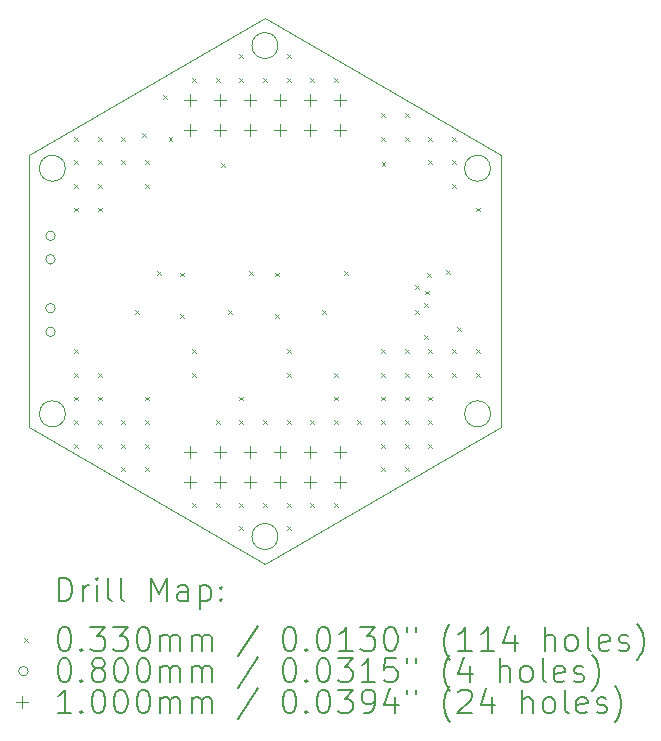
<source format=gbr>
%TF.GenerationSoftware,KiCad,Pcbnew,7.0.5*%
%TF.CreationDate,2024-01-17T23:09:30-05:00*%
%TF.ProjectId,BURNING_R,4255524e-494e-4475-9f52-2e6b69636164,rev?*%
%TF.SameCoordinates,Original*%
%TF.FileFunction,Drillmap*%
%TF.FilePolarity,Positive*%
%FSLAX45Y45*%
G04 Gerber Fmt 4.5, Leading zero omitted, Abs format (unit mm)*
G04 Created by KiCad (PCBNEW 7.0.5) date 2024-01-17 23:09:30*
%MOMM*%
%LPD*%
G01*
G04 APERTURE LIST*
%ADD10C,0.100000*%
%ADD11C,0.200000*%
%ADD12C,0.033020*%
%ADD13C,0.080000*%
G04 APERTURE END LIST*
D10*
X13016000Y-8855761D02*
X13016000Y-11165162D01*
X16926000Y-11049692D02*
G75*
G03*
X16926000Y-11049692I-110000J0D01*
G01*
X13016000Y-11165162D02*
X15016000Y-12319862D01*
X16926000Y-8971231D02*
G75*
G03*
X16926000Y-8971231I-110000J0D01*
G01*
X13326000Y-8971231D02*
G75*
G03*
X13326000Y-8971231I-110000J0D01*
G01*
X15016000Y-7701060D02*
X13016000Y-8855761D01*
X17016000Y-8855761D02*
X15016000Y-7701060D01*
X15126000Y-7932000D02*
G75*
G03*
X15126000Y-7932000I-110000J0D01*
G01*
X15126000Y-12088922D02*
G75*
G03*
X15126000Y-12088922I-110000J0D01*
G01*
X17016000Y-11165162D02*
X17016000Y-8855761D01*
X15016000Y-12319862D02*
X17016000Y-11165162D01*
X13326000Y-11049692D02*
G75*
G03*
X13326000Y-11049692I-110000J0D01*
G01*
D11*
D12*
X13399490Y-8703352D02*
X13432510Y-8736372D01*
X13432510Y-8703352D02*
X13399490Y-8736372D01*
X13399490Y-8903352D02*
X13432510Y-8936372D01*
X13432510Y-8903352D02*
X13399490Y-8936372D01*
X13399490Y-9103352D02*
X13432510Y-9136372D01*
X13432510Y-9103352D02*
X13399490Y-9136372D01*
X13399490Y-9303352D02*
X13432510Y-9336372D01*
X13432510Y-9303352D02*
X13399490Y-9336372D01*
X13399490Y-10503352D02*
X13432510Y-10536372D01*
X13432510Y-10503352D02*
X13399490Y-10536372D01*
X13399490Y-10703352D02*
X13432510Y-10736372D01*
X13432510Y-10703352D02*
X13399490Y-10736372D01*
X13399490Y-10903352D02*
X13432510Y-10936372D01*
X13432510Y-10903352D02*
X13399490Y-10936372D01*
X13399490Y-11103352D02*
X13432510Y-11136372D01*
X13432510Y-11103352D02*
X13399490Y-11136372D01*
X13399490Y-11303352D02*
X13432510Y-11336372D01*
X13432510Y-11303352D02*
X13399490Y-11336372D01*
X13599490Y-8703352D02*
X13632510Y-8736372D01*
X13632510Y-8703352D02*
X13599490Y-8736372D01*
X13599490Y-8903352D02*
X13632510Y-8936372D01*
X13632510Y-8903352D02*
X13599490Y-8936372D01*
X13599490Y-9103352D02*
X13632510Y-9136372D01*
X13632510Y-9103352D02*
X13599490Y-9136372D01*
X13599490Y-9303352D02*
X13632510Y-9336372D01*
X13632510Y-9303352D02*
X13599490Y-9336372D01*
X13599490Y-10703352D02*
X13632510Y-10736372D01*
X13632510Y-10703352D02*
X13599490Y-10736372D01*
X13599490Y-10903352D02*
X13632510Y-10936372D01*
X13632510Y-10903352D02*
X13599490Y-10936372D01*
X13599490Y-11103352D02*
X13632510Y-11136372D01*
X13632510Y-11103352D02*
X13599490Y-11136372D01*
X13599490Y-11303352D02*
X13632510Y-11336372D01*
X13632510Y-11303352D02*
X13599490Y-11336372D01*
X13799490Y-8703352D02*
X13832510Y-8736372D01*
X13832510Y-8703352D02*
X13799490Y-8736372D01*
X13799490Y-8903352D02*
X13832510Y-8936372D01*
X13832510Y-8903352D02*
X13799490Y-8936372D01*
X13799490Y-11103352D02*
X13832510Y-11136372D01*
X13832510Y-11103352D02*
X13799490Y-11136372D01*
X13799490Y-11303352D02*
X13832510Y-11336372D01*
X13832510Y-11303352D02*
X13799490Y-11336372D01*
X13799490Y-11503352D02*
X13832510Y-11536372D01*
X13832510Y-11503352D02*
X13799490Y-11536372D01*
X13914490Y-10171352D02*
X13947510Y-10204372D01*
X13947510Y-10171352D02*
X13914490Y-10204372D01*
X13973490Y-8673352D02*
X14006510Y-8706372D01*
X14006510Y-8673352D02*
X13973490Y-8706372D01*
X13999490Y-8903352D02*
X14032510Y-8936372D01*
X14032510Y-8903352D02*
X13999490Y-8936372D01*
X13999490Y-9103352D02*
X14032510Y-9136372D01*
X14032510Y-9103352D02*
X13999490Y-9136372D01*
X13999490Y-10903352D02*
X14032510Y-10936372D01*
X14032510Y-10903352D02*
X13999490Y-10936372D01*
X13999490Y-11103352D02*
X14032510Y-11136372D01*
X14032510Y-11103352D02*
X13999490Y-11136372D01*
X13999490Y-11303352D02*
X14032510Y-11336372D01*
X14032510Y-11303352D02*
X13999490Y-11336372D01*
X13999490Y-11503352D02*
X14032510Y-11536372D01*
X14032510Y-11503352D02*
X13999490Y-11536372D01*
X14101490Y-9843352D02*
X14134510Y-9876372D01*
X14134510Y-9843352D02*
X14101490Y-9876372D01*
X14149490Y-8353352D02*
X14182510Y-8386372D01*
X14182510Y-8353352D02*
X14149490Y-8386372D01*
X14199490Y-8703352D02*
X14232510Y-8736372D01*
X14232510Y-8703352D02*
X14199490Y-8736372D01*
X14299490Y-9853352D02*
X14332510Y-9886372D01*
X14332510Y-9853352D02*
X14299490Y-9886372D01*
X14299490Y-10203352D02*
X14332510Y-10236372D01*
X14332510Y-10203352D02*
X14299490Y-10236372D01*
X14399490Y-8203352D02*
X14432510Y-8236372D01*
X14432510Y-8203352D02*
X14399490Y-8236372D01*
X14399490Y-10503352D02*
X14432510Y-10536372D01*
X14432510Y-10503352D02*
X14399490Y-10536372D01*
X14399490Y-10703352D02*
X14432510Y-10736372D01*
X14432510Y-10703352D02*
X14399490Y-10736372D01*
X14399490Y-11803352D02*
X14432510Y-11836372D01*
X14432510Y-11803352D02*
X14399490Y-11836372D01*
X14599490Y-8203352D02*
X14632510Y-8236372D01*
X14632510Y-8203352D02*
X14599490Y-8236372D01*
X14599490Y-11103352D02*
X14632510Y-11136372D01*
X14632510Y-11103352D02*
X14599490Y-11136372D01*
X14599490Y-11803352D02*
X14632510Y-11836372D01*
X14632510Y-11803352D02*
X14599490Y-11836372D01*
X14645490Y-8929352D02*
X14678510Y-8962372D01*
X14678510Y-8929352D02*
X14645490Y-8962372D01*
X14705490Y-10172352D02*
X14738510Y-10205372D01*
X14738510Y-10172352D02*
X14705490Y-10205372D01*
X14799490Y-8003352D02*
X14832510Y-8036372D01*
X14832510Y-8003352D02*
X14799490Y-8036372D01*
X14799490Y-8203352D02*
X14832510Y-8236372D01*
X14832510Y-8203352D02*
X14799490Y-8236372D01*
X14799490Y-10903352D02*
X14832510Y-10936372D01*
X14832510Y-10903352D02*
X14799490Y-10936372D01*
X14799490Y-11103352D02*
X14832510Y-11136372D01*
X14832510Y-11103352D02*
X14799490Y-11136372D01*
X14799490Y-11803352D02*
X14832510Y-11836372D01*
X14832510Y-11803352D02*
X14799490Y-11836372D01*
X14799490Y-12003352D02*
X14832510Y-12036372D01*
X14832510Y-12003352D02*
X14799490Y-12036372D01*
X14884490Y-9843352D02*
X14917510Y-9876372D01*
X14917510Y-9843352D02*
X14884490Y-9876372D01*
X14999490Y-8203352D02*
X15032510Y-8236372D01*
X15032510Y-8203352D02*
X14999490Y-8236372D01*
X14999490Y-11103352D02*
X15032510Y-11136372D01*
X15032510Y-11103352D02*
X14999490Y-11136372D01*
X14999490Y-11803352D02*
X15032510Y-11836372D01*
X15032510Y-11803352D02*
X14999490Y-11836372D01*
X15099490Y-9853352D02*
X15132510Y-9886372D01*
X15132510Y-9853352D02*
X15099490Y-9886372D01*
X15099490Y-10203352D02*
X15132510Y-10236372D01*
X15132510Y-10203352D02*
X15099490Y-10236372D01*
X15199490Y-8003352D02*
X15232510Y-8036372D01*
X15232510Y-8003352D02*
X15199490Y-8036372D01*
X15199490Y-8203352D02*
X15232510Y-8236372D01*
X15232510Y-8203352D02*
X15199490Y-8236372D01*
X15199490Y-10503352D02*
X15232510Y-10536372D01*
X15232510Y-10503352D02*
X15199490Y-10536372D01*
X15199490Y-10703352D02*
X15232510Y-10736372D01*
X15232510Y-10703352D02*
X15199490Y-10736372D01*
X15199490Y-11103352D02*
X15232510Y-11136372D01*
X15232510Y-11103352D02*
X15199490Y-11136372D01*
X15199490Y-11803352D02*
X15232510Y-11836372D01*
X15232510Y-11803352D02*
X15199490Y-11836372D01*
X15199490Y-12003352D02*
X15232510Y-12036372D01*
X15232510Y-12003352D02*
X15199490Y-12036372D01*
X15399490Y-8203352D02*
X15432510Y-8236372D01*
X15432510Y-8203352D02*
X15399490Y-8236372D01*
X15399490Y-11103352D02*
X15432510Y-11136372D01*
X15432510Y-11103352D02*
X15399490Y-11136372D01*
X15399490Y-11803352D02*
X15432510Y-11836372D01*
X15432510Y-11803352D02*
X15399490Y-11836372D01*
X15496490Y-10172352D02*
X15529510Y-10205372D01*
X15529510Y-10172352D02*
X15496490Y-10205372D01*
X15599490Y-8203352D02*
X15632510Y-8236372D01*
X15632510Y-8203352D02*
X15599490Y-8236372D01*
X15599490Y-10703352D02*
X15632510Y-10736372D01*
X15632510Y-10703352D02*
X15599490Y-10736372D01*
X15599490Y-10903352D02*
X15632510Y-10936372D01*
X15632510Y-10903352D02*
X15599490Y-10936372D01*
X15599490Y-11103352D02*
X15632510Y-11136372D01*
X15632510Y-11103352D02*
X15599490Y-11136372D01*
X15599490Y-11803352D02*
X15632510Y-11836372D01*
X15632510Y-11803352D02*
X15599490Y-11836372D01*
X15683490Y-9843352D02*
X15716510Y-9876372D01*
X15716510Y-9843352D02*
X15683490Y-9876372D01*
X15799490Y-11103352D02*
X15832510Y-11136372D01*
X15832510Y-11103352D02*
X15799490Y-11136372D01*
X15999490Y-8503352D02*
X16032510Y-8536372D01*
X16032510Y-8503352D02*
X15999490Y-8536372D01*
X15999490Y-8703352D02*
X16032510Y-8736372D01*
X16032510Y-8703352D02*
X15999490Y-8736372D01*
X15999490Y-10503352D02*
X16032510Y-10536372D01*
X16032510Y-10503352D02*
X15999490Y-10536372D01*
X15999490Y-10703352D02*
X16032510Y-10736372D01*
X16032510Y-10703352D02*
X15999490Y-10736372D01*
X15999490Y-10903352D02*
X16032510Y-10936372D01*
X16032510Y-10903352D02*
X15999490Y-10936372D01*
X15999490Y-11103352D02*
X16032510Y-11136372D01*
X16032510Y-11103352D02*
X15999490Y-11136372D01*
X15999490Y-11303352D02*
X16032510Y-11336372D01*
X16032510Y-11303352D02*
X15999490Y-11336372D01*
X15999490Y-11503352D02*
X16032510Y-11536372D01*
X16032510Y-11503352D02*
X15999490Y-11536372D01*
X16003490Y-8921352D02*
X16036510Y-8954372D01*
X16036510Y-8921352D02*
X16003490Y-8954372D01*
X16199490Y-8503352D02*
X16232510Y-8536372D01*
X16232510Y-8503352D02*
X16199490Y-8536372D01*
X16199490Y-8703352D02*
X16232510Y-8736372D01*
X16232510Y-8703352D02*
X16199490Y-8736372D01*
X16199490Y-10503352D02*
X16232510Y-10536372D01*
X16232510Y-10503352D02*
X16199490Y-10536372D01*
X16199490Y-10703352D02*
X16232510Y-10736372D01*
X16232510Y-10703352D02*
X16199490Y-10736372D01*
X16199490Y-10903352D02*
X16232510Y-10936372D01*
X16232510Y-10903352D02*
X16199490Y-10936372D01*
X16199490Y-11103352D02*
X16232510Y-11136372D01*
X16232510Y-11103352D02*
X16199490Y-11136372D01*
X16199490Y-11303352D02*
X16232510Y-11336372D01*
X16232510Y-11303352D02*
X16199490Y-11336372D01*
X16199490Y-11503352D02*
X16232510Y-11536372D01*
X16232510Y-11503352D02*
X16199490Y-11536372D01*
X16284490Y-10173352D02*
X16317510Y-10206372D01*
X16317510Y-10173352D02*
X16284490Y-10206372D01*
X16286990Y-9960852D02*
X16320010Y-9993872D01*
X16320010Y-9960852D02*
X16286990Y-9993872D01*
X16359490Y-10380852D02*
X16392510Y-10413872D01*
X16392510Y-10380852D02*
X16359490Y-10413872D01*
X16361990Y-10108352D02*
X16395010Y-10141372D01*
X16395010Y-10108352D02*
X16361990Y-10141372D01*
X16369490Y-10005852D02*
X16402510Y-10038872D01*
X16402510Y-10005852D02*
X16369490Y-10038872D01*
X16388625Y-9856717D02*
X16421645Y-9889737D01*
X16421645Y-9856717D02*
X16388625Y-9889737D01*
X16399490Y-8703352D02*
X16432510Y-8736372D01*
X16432510Y-8703352D02*
X16399490Y-8736372D01*
X16399490Y-8903352D02*
X16432510Y-8936372D01*
X16432510Y-8903352D02*
X16399490Y-8936372D01*
X16399490Y-10503352D02*
X16432510Y-10536372D01*
X16432510Y-10503352D02*
X16399490Y-10536372D01*
X16399490Y-10703352D02*
X16432510Y-10736372D01*
X16432510Y-10703352D02*
X16399490Y-10736372D01*
X16399490Y-10903352D02*
X16432510Y-10936372D01*
X16432510Y-10903352D02*
X16399490Y-10936372D01*
X16399490Y-11103352D02*
X16432510Y-11136372D01*
X16432510Y-11103352D02*
X16399490Y-11136372D01*
X16399490Y-11303352D02*
X16432510Y-11336372D01*
X16432510Y-11303352D02*
X16399490Y-11336372D01*
X16551990Y-9830852D02*
X16585010Y-9863872D01*
X16585010Y-9830852D02*
X16551990Y-9863872D01*
X16599490Y-8703352D02*
X16632510Y-8736372D01*
X16632510Y-8703352D02*
X16599490Y-8736372D01*
X16599490Y-8903352D02*
X16632510Y-8936372D01*
X16632510Y-8903352D02*
X16599490Y-8936372D01*
X16599490Y-9103352D02*
X16632510Y-9136372D01*
X16632510Y-9103352D02*
X16599490Y-9136372D01*
X16599490Y-10503352D02*
X16632510Y-10536372D01*
X16632510Y-10503352D02*
X16599490Y-10536372D01*
X16599490Y-10703352D02*
X16632510Y-10736372D01*
X16632510Y-10703352D02*
X16599490Y-10736372D01*
X16639490Y-10312352D02*
X16672510Y-10345372D01*
X16672510Y-10312352D02*
X16639490Y-10345372D01*
X16799490Y-9303352D02*
X16832510Y-9336372D01*
X16832510Y-9303352D02*
X16799490Y-9336372D01*
X16799490Y-10503352D02*
X16832510Y-10536372D01*
X16832510Y-10503352D02*
X16799490Y-10536372D01*
X16799490Y-10703352D02*
X16832510Y-10736372D01*
X16832510Y-10703352D02*
X16799490Y-10736372D01*
D13*
X13240000Y-9541862D02*
G75*
G03*
X13240000Y-9541862I-40000J0D01*
G01*
X13240000Y-9741862D02*
G75*
G03*
X13240000Y-9741862I-40000J0D01*
G01*
X13240000Y-10154862D02*
G75*
G03*
X13240000Y-10154862I-40000J0D01*
G01*
X13240000Y-10354862D02*
G75*
G03*
X13240000Y-10354862I-40000J0D01*
G01*
D10*
X14381000Y-8342560D02*
X14381000Y-8442560D01*
X14331000Y-8392560D02*
X14431000Y-8392560D01*
X14381000Y-8596560D02*
X14381000Y-8696560D01*
X14331000Y-8646560D02*
X14431000Y-8646560D01*
X14381000Y-11324362D02*
X14381000Y-11424362D01*
X14331000Y-11374362D02*
X14431000Y-11374362D01*
X14381000Y-11578362D02*
X14381000Y-11678362D01*
X14331000Y-11628362D02*
X14431000Y-11628362D01*
X14635000Y-8342560D02*
X14635000Y-8442560D01*
X14585000Y-8392560D02*
X14685000Y-8392560D01*
X14635000Y-8596560D02*
X14635000Y-8696560D01*
X14585000Y-8646560D02*
X14685000Y-8646560D01*
X14635000Y-11324362D02*
X14635000Y-11424362D01*
X14585000Y-11374362D02*
X14685000Y-11374362D01*
X14635000Y-11578362D02*
X14635000Y-11678362D01*
X14585000Y-11628362D02*
X14685000Y-11628362D01*
X14889000Y-8342560D02*
X14889000Y-8442560D01*
X14839000Y-8392560D02*
X14939000Y-8392560D01*
X14889000Y-8596560D02*
X14889000Y-8696560D01*
X14839000Y-8646560D02*
X14939000Y-8646560D01*
X14889000Y-11324362D02*
X14889000Y-11424362D01*
X14839000Y-11374362D02*
X14939000Y-11374362D01*
X14889000Y-11578362D02*
X14889000Y-11678362D01*
X14839000Y-11628362D02*
X14939000Y-11628362D01*
X15143000Y-8342560D02*
X15143000Y-8442560D01*
X15093000Y-8392560D02*
X15193000Y-8392560D01*
X15143000Y-8596560D02*
X15143000Y-8696560D01*
X15093000Y-8646560D02*
X15193000Y-8646560D01*
X15143000Y-11324362D02*
X15143000Y-11424362D01*
X15093000Y-11374362D02*
X15193000Y-11374362D01*
X15143000Y-11578362D02*
X15143000Y-11678362D01*
X15093000Y-11628362D02*
X15193000Y-11628362D01*
X15397000Y-8342560D02*
X15397000Y-8442560D01*
X15347000Y-8392560D02*
X15447000Y-8392560D01*
X15397000Y-8596560D02*
X15397000Y-8696560D01*
X15347000Y-8646560D02*
X15447000Y-8646560D01*
X15397000Y-11324362D02*
X15397000Y-11424362D01*
X15347000Y-11374362D02*
X15447000Y-11374362D01*
X15397000Y-11578362D02*
X15397000Y-11678362D01*
X15347000Y-11628362D02*
X15447000Y-11628362D01*
X15651000Y-8342560D02*
X15651000Y-8442560D01*
X15601000Y-8392560D02*
X15701000Y-8392560D01*
X15651000Y-8596560D02*
X15651000Y-8696560D01*
X15601000Y-8646560D02*
X15701000Y-8646560D01*
X15651000Y-11324362D02*
X15651000Y-11424362D01*
X15601000Y-11374362D02*
X15701000Y-11374362D01*
X15651000Y-11578362D02*
X15651000Y-11678362D01*
X15601000Y-11628362D02*
X15701000Y-11628362D01*
D11*
X13271777Y-12636346D02*
X13271777Y-12436346D01*
X13271777Y-12436346D02*
X13319396Y-12436346D01*
X13319396Y-12436346D02*
X13347967Y-12445870D01*
X13347967Y-12445870D02*
X13367015Y-12464917D01*
X13367015Y-12464917D02*
X13376539Y-12483965D01*
X13376539Y-12483965D02*
X13386062Y-12522060D01*
X13386062Y-12522060D02*
X13386062Y-12550632D01*
X13386062Y-12550632D02*
X13376539Y-12588727D01*
X13376539Y-12588727D02*
X13367015Y-12607774D01*
X13367015Y-12607774D02*
X13347967Y-12626822D01*
X13347967Y-12626822D02*
X13319396Y-12636346D01*
X13319396Y-12636346D02*
X13271777Y-12636346D01*
X13471777Y-12636346D02*
X13471777Y-12503012D01*
X13471777Y-12541108D02*
X13481301Y-12522060D01*
X13481301Y-12522060D02*
X13490824Y-12512536D01*
X13490824Y-12512536D02*
X13509872Y-12503012D01*
X13509872Y-12503012D02*
X13528920Y-12503012D01*
X13595586Y-12636346D02*
X13595586Y-12503012D01*
X13595586Y-12436346D02*
X13586062Y-12445870D01*
X13586062Y-12445870D02*
X13595586Y-12455393D01*
X13595586Y-12455393D02*
X13605110Y-12445870D01*
X13605110Y-12445870D02*
X13595586Y-12436346D01*
X13595586Y-12436346D02*
X13595586Y-12455393D01*
X13719396Y-12636346D02*
X13700348Y-12626822D01*
X13700348Y-12626822D02*
X13690824Y-12607774D01*
X13690824Y-12607774D02*
X13690824Y-12436346D01*
X13824158Y-12636346D02*
X13805110Y-12626822D01*
X13805110Y-12626822D02*
X13795586Y-12607774D01*
X13795586Y-12607774D02*
X13795586Y-12436346D01*
X14052729Y-12636346D02*
X14052729Y-12436346D01*
X14052729Y-12436346D02*
X14119396Y-12579203D01*
X14119396Y-12579203D02*
X14186062Y-12436346D01*
X14186062Y-12436346D02*
X14186062Y-12636346D01*
X14367015Y-12636346D02*
X14367015Y-12531584D01*
X14367015Y-12531584D02*
X14357491Y-12512536D01*
X14357491Y-12512536D02*
X14338443Y-12503012D01*
X14338443Y-12503012D02*
X14300348Y-12503012D01*
X14300348Y-12503012D02*
X14281301Y-12512536D01*
X14367015Y-12626822D02*
X14347967Y-12636346D01*
X14347967Y-12636346D02*
X14300348Y-12636346D01*
X14300348Y-12636346D02*
X14281301Y-12626822D01*
X14281301Y-12626822D02*
X14271777Y-12607774D01*
X14271777Y-12607774D02*
X14271777Y-12588727D01*
X14271777Y-12588727D02*
X14281301Y-12569679D01*
X14281301Y-12569679D02*
X14300348Y-12560155D01*
X14300348Y-12560155D02*
X14347967Y-12560155D01*
X14347967Y-12560155D02*
X14367015Y-12550632D01*
X14462253Y-12503012D02*
X14462253Y-12703012D01*
X14462253Y-12512536D02*
X14481301Y-12503012D01*
X14481301Y-12503012D02*
X14519396Y-12503012D01*
X14519396Y-12503012D02*
X14538443Y-12512536D01*
X14538443Y-12512536D02*
X14547967Y-12522060D01*
X14547967Y-12522060D02*
X14557491Y-12541108D01*
X14557491Y-12541108D02*
X14557491Y-12598251D01*
X14557491Y-12598251D02*
X14547967Y-12617298D01*
X14547967Y-12617298D02*
X14538443Y-12626822D01*
X14538443Y-12626822D02*
X14519396Y-12636346D01*
X14519396Y-12636346D02*
X14481301Y-12636346D01*
X14481301Y-12636346D02*
X14462253Y-12626822D01*
X14643205Y-12617298D02*
X14652729Y-12626822D01*
X14652729Y-12626822D02*
X14643205Y-12636346D01*
X14643205Y-12636346D02*
X14633682Y-12626822D01*
X14633682Y-12626822D02*
X14643205Y-12617298D01*
X14643205Y-12617298D02*
X14643205Y-12636346D01*
X14643205Y-12512536D02*
X14652729Y-12522060D01*
X14652729Y-12522060D02*
X14643205Y-12531584D01*
X14643205Y-12531584D02*
X14633682Y-12522060D01*
X14633682Y-12522060D02*
X14643205Y-12512536D01*
X14643205Y-12512536D02*
X14643205Y-12531584D01*
D12*
X12977980Y-12948352D02*
X13011000Y-12981372D01*
X13011000Y-12948352D02*
X12977980Y-12981372D01*
D11*
X13309872Y-12856346D02*
X13328920Y-12856346D01*
X13328920Y-12856346D02*
X13347967Y-12865870D01*
X13347967Y-12865870D02*
X13357491Y-12875393D01*
X13357491Y-12875393D02*
X13367015Y-12894441D01*
X13367015Y-12894441D02*
X13376539Y-12932536D01*
X13376539Y-12932536D02*
X13376539Y-12980155D01*
X13376539Y-12980155D02*
X13367015Y-13018251D01*
X13367015Y-13018251D02*
X13357491Y-13037298D01*
X13357491Y-13037298D02*
X13347967Y-13046822D01*
X13347967Y-13046822D02*
X13328920Y-13056346D01*
X13328920Y-13056346D02*
X13309872Y-13056346D01*
X13309872Y-13056346D02*
X13290824Y-13046822D01*
X13290824Y-13046822D02*
X13281301Y-13037298D01*
X13281301Y-13037298D02*
X13271777Y-13018251D01*
X13271777Y-13018251D02*
X13262253Y-12980155D01*
X13262253Y-12980155D02*
X13262253Y-12932536D01*
X13262253Y-12932536D02*
X13271777Y-12894441D01*
X13271777Y-12894441D02*
X13281301Y-12875393D01*
X13281301Y-12875393D02*
X13290824Y-12865870D01*
X13290824Y-12865870D02*
X13309872Y-12856346D01*
X13462253Y-13037298D02*
X13471777Y-13046822D01*
X13471777Y-13046822D02*
X13462253Y-13056346D01*
X13462253Y-13056346D02*
X13452729Y-13046822D01*
X13452729Y-13046822D02*
X13462253Y-13037298D01*
X13462253Y-13037298D02*
X13462253Y-13056346D01*
X13538443Y-12856346D02*
X13662253Y-12856346D01*
X13662253Y-12856346D02*
X13595586Y-12932536D01*
X13595586Y-12932536D02*
X13624158Y-12932536D01*
X13624158Y-12932536D02*
X13643205Y-12942060D01*
X13643205Y-12942060D02*
X13652729Y-12951584D01*
X13652729Y-12951584D02*
X13662253Y-12970632D01*
X13662253Y-12970632D02*
X13662253Y-13018251D01*
X13662253Y-13018251D02*
X13652729Y-13037298D01*
X13652729Y-13037298D02*
X13643205Y-13046822D01*
X13643205Y-13046822D02*
X13624158Y-13056346D01*
X13624158Y-13056346D02*
X13567015Y-13056346D01*
X13567015Y-13056346D02*
X13547967Y-13046822D01*
X13547967Y-13046822D02*
X13538443Y-13037298D01*
X13728920Y-12856346D02*
X13852729Y-12856346D01*
X13852729Y-12856346D02*
X13786062Y-12932536D01*
X13786062Y-12932536D02*
X13814634Y-12932536D01*
X13814634Y-12932536D02*
X13833682Y-12942060D01*
X13833682Y-12942060D02*
X13843205Y-12951584D01*
X13843205Y-12951584D02*
X13852729Y-12970632D01*
X13852729Y-12970632D02*
X13852729Y-13018251D01*
X13852729Y-13018251D02*
X13843205Y-13037298D01*
X13843205Y-13037298D02*
X13833682Y-13046822D01*
X13833682Y-13046822D02*
X13814634Y-13056346D01*
X13814634Y-13056346D02*
X13757491Y-13056346D01*
X13757491Y-13056346D02*
X13738443Y-13046822D01*
X13738443Y-13046822D02*
X13728920Y-13037298D01*
X13976539Y-12856346D02*
X13995586Y-12856346D01*
X13995586Y-12856346D02*
X14014634Y-12865870D01*
X14014634Y-12865870D02*
X14024158Y-12875393D01*
X14024158Y-12875393D02*
X14033682Y-12894441D01*
X14033682Y-12894441D02*
X14043205Y-12932536D01*
X14043205Y-12932536D02*
X14043205Y-12980155D01*
X14043205Y-12980155D02*
X14033682Y-13018251D01*
X14033682Y-13018251D02*
X14024158Y-13037298D01*
X14024158Y-13037298D02*
X14014634Y-13046822D01*
X14014634Y-13046822D02*
X13995586Y-13056346D01*
X13995586Y-13056346D02*
X13976539Y-13056346D01*
X13976539Y-13056346D02*
X13957491Y-13046822D01*
X13957491Y-13046822D02*
X13947967Y-13037298D01*
X13947967Y-13037298D02*
X13938443Y-13018251D01*
X13938443Y-13018251D02*
X13928920Y-12980155D01*
X13928920Y-12980155D02*
X13928920Y-12932536D01*
X13928920Y-12932536D02*
X13938443Y-12894441D01*
X13938443Y-12894441D02*
X13947967Y-12875393D01*
X13947967Y-12875393D02*
X13957491Y-12865870D01*
X13957491Y-12865870D02*
X13976539Y-12856346D01*
X14128920Y-13056346D02*
X14128920Y-12923012D01*
X14128920Y-12942060D02*
X14138443Y-12932536D01*
X14138443Y-12932536D02*
X14157491Y-12923012D01*
X14157491Y-12923012D02*
X14186063Y-12923012D01*
X14186063Y-12923012D02*
X14205110Y-12932536D01*
X14205110Y-12932536D02*
X14214634Y-12951584D01*
X14214634Y-12951584D02*
X14214634Y-13056346D01*
X14214634Y-12951584D02*
X14224158Y-12932536D01*
X14224158Y-12932536D02*
X14243205Y-12923012D01*
X14243205Y-12923012D02*
X14271777Y-12923012D01*
X14271777Y-12923012D02*
X14290824Y-12932536D01*
X14290824Y-12932536D02*
X14300348Y-12951584D01*
X14300348Y-12951584D02*
X14300348Y-13056346D01*
X14395586Y-13056346D02*
X14395586Y-12923012D01*
X14395586Y-12942060D02*
X14405110Y-12932536D01*
X14405110Y-12932536D02*
X14424158Y-12923012D01*
X14424158Y-12923012D02*
X14452729Y-12923012D01*
X14452729Y-12923012D02*
X14471777Y-12932536D01*
X14471777Y-12932536D02*
X14481301Y-12951584D01*
X14481301Y-12951584D02*
X14481301Y-13056346D01*
X14481301Y-12951584D02*
X14490824Y-12932536D01*
X14490824Y-12932536D02*
X14509872Y-12923012D01*
X14509872Y-12923012D02*
X14538443Y-12923012D01*
X14538443Y-12923012D02*
X14557491Y-12932536D01*
X14557491Y-12932536D02*
X14567015Y-12951584D01*
X14567015Y-12951584D02*
X14567015Y-13056346D01*
X14957491Y-12846822D02*
X14786063Y-13103965D01*
X15214634Y-12856346D02*
X15233682Y-12856346D01*
X15233682Y-12856346D02*
X15252729Y-12865870D01*
X15252729Y-12865870D02*
X15262253Y-12875393D01*
X15262253Y-12875393D02*
X15271777Y-12894441D01*
X15271777Y-12894441D02*
X15281301Y-12932536D01*
X15281301Y-12932536D02*
X15281301Y-12980155D01*
X15281301Y-12980155D02*
X15271777Y-13018251D01*
X15271777Y-13018251D02*
X15262253Y-13037298D01*
X15262253Y-13037298D02*
X15252729Y-13046822D01*
X15252729Y-13046822D02*
X15233682Y-13056346D01*
X15233682Y-13056346D02*
X15214634Y-13056346D01*
X15214634Y-13056346D02*
X15195586Y-13046822D01*
X15195586Y-13046822D02*
X15186063Y-13037298D01*
X15186063Y-13037298D02*
X15176539Y-13018251D01*
X15176539Y-13018251D02*
X15167015Y-12980155D01*
X15167015Y-12980155D02*
X15167015Y-12932536D01*
X15167015Y-12932536D02*
X15176539Y-12894441D01*
X15176539Y-12894441D02*
X15186063Y-12875393D01*
X15186063Y-12875393D02*
X15195586Y-12865870D01*
X15195586Y-12865870D02*
X15214634Y-12856346D01*
X15367015Y-13037298D02*
X15376539Y-13046822D01*
X15376539Y-13046822D02*
X15367015Y-13056346D01*
X15367015Y-13056346D02*
X15357491Y-13046822D01*
X15357491Y-13046822D02*
X15367015Y-13037298D01*
X15367015Y-13037298D02*
X15367015Y-13056346D01*
X15500348Y-12856346D02*
X15519396Y-12856346D01*
X15519396Y-12856346D02*
X15538444Y-12865870D01*
X15538444Y-12865870D02*
X15547967Y-12875393D01*
X15547967Y-12875393D02*
X15557491Y-12894441D01*
X15557491Y-12894441D02*
X15567015Y-12932536D01*
X15567015Y-12932536D02*
X15567015Y-12980155D01*
X15567015Y-12980155D02*
X15557491Y-13018251D01*
X15557491Y-13018251D02*
X15547967Y-13037298D01*
X15547967Y-13037298D02*
X15538444Y-13046822D01*
X15538444Y-13046822D02*
X15519396Y-13056346D01*
X15519396Y-13056346D02*
X15500348Y-13056346D01*
X15500348Y-13056346D02*
X15481301Y-13046822D01*
X15481301Y-13046822D02*
X15471777Y-13037298D01*
X15471777Y-13037298D02*
X15462253Y-13018251D01*
X15462253Y-13018251D02*
X15452729Y-12980155D01*
X15452729Y-12980155D02*
X15452729Y-12932536D01*
X15452729Y-12932536D02*
X15462253Y-12894441D01*
X15462253Y-12894441D02*
X15471777Y-12875393D01*
X15471777Y-12875393D02*
X15481301Y-12865870D01*
X15481301Y-12865870D02*
X15500348Y-12856346D01*
X15757491Y-13056346D02*
X15643206Y-13056346D01*
X15700348Y-13056346D02*
X15700348Y-12856346D01*
X15700348Y-12856346D02*
X15681301Y-12884917D01*
X15681301Y-12884917D02*
X15662253Y-12903965D01*
X15662253Y-12903965D02*
X15643206Y-12913489D01*
X15824158Y-12856346D02*
X15947967Y-12856346D01*
X15947967Y-12856346D02*
X15881301Y-12932536D01*
X15881301Y-12932536D02*
X15909872Y-12932536D01*
X15909872Y-12932536D02*
X15928920Y-12942060D01*
X15928920Y-12942060D02*
X15938444Y-12951584D01*
X15938444Y-12951584D02*
X15947967Y-12970632D01*
X15947967Y-12970632D02*
X15947967Y-13018251D01*
X15947967Y-13018251D02*
X15938444Y-13037298D01*
X15938444Y-13037298D02*
X15928920Y-13046822D01*
X15928920Y-13046822D02*
X15909872Y-13056346D01*
X15909872Y-13056346D02*
X15852729Y-13056346D01*
X15852729Y-13056346D02*
X15833682Y-13046822D01*
X15833682Y-13046822D02*
X15824158Y-13037298D01*
X16071777Y-12856346D02*
X16090825Y-12856346D01*
X16090825Y-12856346D02*
X16109872Y-12865870D01*
X16109872Y-12865870D02*
X16119396Y-12875393D01*
X16119396Y-12875393D02*
X16128920Y-12894441D01*
X16128920Y-12894441D02*
X16138444Y-12932536D01*
X16138444Y-12932536D02*
X16138444Y-12980155D01*
X16138444Y-12980155D02*
X16128920Y-13018251D01*
X16128920Y-13018251D02*
X16119396Y-13037298D01*
X16119396Y-13037298D02*
X16109872Y-13046822D01*
X16109872Y-13046822D02*
X16090825Y-13056346D01*
X16090825Y-13056346D02*
X16071777Y-13056346D01*
X16071777Y-13056346D02*
X16052729Y-13046822D01*
X16052729Y-13046822D02*
X16043206Y-13037298D01*
X16043206Y-13037298D02*
X16033682Y-13018251D01*
X16033682Y-13018251D02*
X16024158Y-12980155D01*
X16024158Y-12980155D02*
X16024158Y-12932536D01*
X16024158Y-12932536D02*
X16033682Y-12894441D01*
X16033682Y-12894441D02*
X16043206Y-12875393D01*
X16043206Y-12875393D02*
X16052729Y-12865870D01*
X16052729Y-12865870D02*
X16071777Y-12856346D01*
X16214634Y-12856346D02*
X16214634Y-12894441D01*
X16290825Y-12856346D02*
X16290825Y-12894441D01*
X16586063Y-13132536D02*
X16576539Y-13123012D01*
X16576539Y-13123012D02*
X16557491Y-13094441D01*
X16557491Y-13094441D02*
X16547968Y-13075393D01*
X16547968Y-13075393D02*
X16538444Y-13046822D01*
X16538444Y-13046822D02*
X16528920Y-12999203D01*
X16528920Y-12999203D02*
X16528920Y-12961108D01*
X16528920Y-12961108D02*
X16538444Y-12913489D01*
X16538444Y-12913489D02*
X16547968Y-12884917D01*
X16547968Y-12884917D02*
X16557491Y-12865870D01*
X16557491Y-12865870D02*
X16576539Y-12837298D01*
X16576539Y-12837298D02*
X16586063Y-12827774D01*
X16767015Y-13056346D02*
X16652729Y-13056346D01*
X16709872Y-13056346D02*
X16709872Y-12856346D01*
X16709872Y-12856346D02*
X16690825Y-12884917D01*
X16690825Y-12884917D02*
X16671777Y-12903965D01*
X16671777Y-12903965D02*
X16652729Y-12913489D01*
X16957491Y-13056346D02*
X16843206Y-13056346D01*
X16900349Y-13056346D02*
X16900349Y-12856346D01*
X16900349Y-12856346D02*
X16881301Y-12884917D01*
X16881301Y-12884917D02*
X16862253Y-12903965D01*
X16862253Y-12903965D02*
X16843206Y-12913489D01*
X17128920Y-12923012D02*
X17128920Y-13056346D01*
X17081301Y-12846822D02*
X17033682Y-12989679D01*
X17033682Y-12989679D02*
X17157491Y-12989679D01*
X17386063Y-13056346D02*
X17386063Y-12856346D01*
X17471777Y-13056346D02*
X17471777Y-12951584D01*
X17471777Y-12951584D02*
X17462253Y-12932536D01*
X17462253Y-12932536D02*
X17443206Y-12923012D01*
X17443206Y-12923012D02*
X17414634Y-12923012D01*
X17414634Y-12923012D02*
X17395587Y-12932536D01*
X17395587Y-12932536D02*
X17386063Y-12942060D01*
X17595587Y-13056346D02*
X17576539Y-13046822D01*
X17576539Y-13046822D02*
X17567015Y-13037298D01*
X17567015Y-13037298D02*
X17557492Y-13018251D01*
X17557492Y-13018251D02*
X17557492Y-12961108D01*
X17557492Y-12961108D02*
X17567015Y-12942060D01*
X17567015Y-12942060D02*
X17576539Y-12932536D01*
X17576539Y-12932536D02*
X17595587Y-12923012D01*
X17595587Y-12923012D02*
X17624158Y-12923012D01*
X17624158Y-12923012D02*
X17643206Y-12932536D01*
X17643206Y-12932536D02*
X17652730Y-12942060D01*
X17652730Y-12942060D02*
X17662253Y-12961108D01*
X17662253Y-12961108D02*
X17662253Y-13018251D01*
X17662253Y-13018251D02*
X17652730Y-13037298D01*
X17652730Y-13037298D02*
X17643206Y-13046822D01*
X17643206Y-13046822D02*
X17624158Y-13056346D01*
X17624158Y-13056346D02*
X17595587Y-13056346D01*
X17776539Y-13056346D02*
X17757492Y-13046822D01*
X17757492Y-13046822D02*
X17747968Y-13027774D01*
X17747968Y-13027774D02*
X17747968Y-12856346D01*
X17928920Y-13046822D02*
X17909873Y-13056346D01*
X17909873Y-13056346D02*
X17871777Y-13056346D01*
X17871777Y-13056346D02*
X17852730Y-13046822D01*
X17852730Y-13046822D02*
X17843206Y-13027774D01*
X17843206Y-13027774D02*
X17843206Y-12951584D01*
X17843206Y-12951584D02*
X17852730Y-12932536D01*
X17852730Y-12932536D02*
X17871777Y-12923012D01*
X17871777Y-12923012D02*
X17909873Y-12923012D01*
X17909873Y-12923012D02*
X17928920Y-12932536D01*
X17928920Y-12932536D02*
X17938444Y-12951584D01*
X17938444Y-12951584D02*
X17938444Y-12970632D01*
X17938444Y-12970632D02*
X17843206Y-12989679D01*
X18014634Y-13046822D02*
X18033682Y-13056346D01*
X18033682Y-13056346D02*
X18071777Y-13056346D01*
X18071777Y-13056346D02*
X18090825Y-13046822D01*
X18090825Y-13046822D02*
X18100349Y-13027774D01*
X18100349Y-13027774D02*
X18100349Y-13018251D01*
X18100349Y-13018251D02*
X18090825Y-12999203D01*
X18090825Y-12999203D02*
X18071777Y-12989679D01*
X18071777Y-12989679D02*
X18043206Y-12989679D01*
X18043206Y-12989679D02*
X18024158Y-12980155D01*
X18024158Y-12980155D02*
X18014634Y-12961108D01*
X18014634Y-12961108D02*
X18014634Y-12951584D01*
X18014634Y-12951584D02*
X18024158Y-12932536D01*
X18024158Y-12932536D02*
X18043206Y-12923012D01*
X18043206Y-12923012D02*
X18071777Y-12923012D01*
X18071777Y-12923012D02*
X18090825Y-12932536D01*
X18167015Y-13132536D02*
X18176539Y-13123012D01*
X18176539Y-13123012D02*
X18195587Y-13094441D01*
X18195587Y-13094441D02*
X18205111Y-13075393D01*
X18205111Y-13075393D02*
X18214634Y-13046822D01*
X18214634Y-13046822D02*
X18224158Y-12999203D01*
X18224158Y-12999203D02*
X18224158Y-12961108D01*
X18224158Y-12961108D02*
X18214634Y-12913489D01*
X18214634Y-12913489D02*
X18205111Y-12884917D01*
X18205111Y-12884917D02*
X18195587Y-12865870D01*
X18195587Y-12865870D02*
X18176539Y-12837298D01*
X18176539Y-12837298D02*
X18167015Y-12827774D01*
D13*
X13011000Y-13228862D02*
G75*
G03*
X13011000Y-13228862I-40000J0D01*
G01*
D11*
X13309872Y-13120346D02*
X13328920Y-13120346D01*
X13328920Y-13120346D02*
X13347967Y-13129870D01*
X13347967Y-13129870D02*
X13357491Y-13139393D01*
X13357491Y-13139393D02*
X13367015Y-13158441D01*
X13367015Y-13158441D02*
X13376539Y-13196536D01*
X13376539Y-13196536D02*
X13376539Y-13244155D01*
X13376539Y-13244155D02*
X13367015Y-13282251D01*
X13367015Y-13282251D02*
X13357491Y-13301298D01*
X13357491Y-13301298D02*
X13347967Y-13310822D01*
X13347967Y-13310822D02*
X13328920Y-13320346D01*
X13328920Y-13320346D02*
X13309872Y-13320346D01*
X13309872Y-13320346D02*
X13290824Y-13310822D01*
X13290824Y-13310822D02*
X13281301Y-13301298D01*
X13281301Y-13301298D02*
X13271777Y-13282251D01*
X13271777Y-13282251D02*
X13262253Y-13244155D01*
X13262253Y-13244155D02*
X13262253Y-13196536D01*
X13262253Y-13196536D02*
X13271777Y-13158441D01*
X13271777Y-13158441D02*
X13281301Y-13139393D01*
X13281301Y-13139393D02*
X13290824Y-13129870D01*
X13290824Y-13129870D02*
X13309872Y-13120346D01*
X13462253Y-13301298D02*
X13471777Y-13310822D01*
X13471777Y-13310822D02*
X13462253Y-13320346D01*
X13462253Y-13320346D02*
X13452729Y-13310822D01*
X13452729Y-13310822D02*
X13462253Y-13301298D01*
X13462253Y-13301298D02*
X13462253Y-13320346D01*
X13586062Y-13206060D02*
X13567015Y-13196536D01*
X13567015Y-13196536D02*
X13557491Y-13187012D01*
X13557491Y-13187012D02*
X13547967Y-13167965D01*
X13547967Y-13167965D02*
X13547967Y-13158441D01*
X13547967Y-13158441D02*
X13557491Y-13139393D01*
X13557491Y-13139393D02*
X13567015Y-13129870D01*
X13567015Y-13129870D02*
X13586062Y-13120346D01*
X13586062Y-13120346D02*
X13624158Y-13120346D01*
X13624158Y-13120346D02*
X13643205Y-13129870D01*
X13643205Y-13129870D02*
X13652729Y-13139393D01*
X13652729Y-13139393D02*
X13662253Y-13158441D01*
X13662253Y-13158441D02*
X13662253Y-13167965D01*
X13662253Y-13167965D02*
X13652729Y-13187012D01*
X13652729Y-13187012D02*
X13643205Y-13196536D01*
X13643205Y-13196536D02*
X13624158Y-13206060D01*
X13624158Y-13206060D02*
X13586062Y-13206060D01*
X13586062Y-13206060D02*
X13567015Y-13215584D01*
X13567015Y-13215584D02*
X13557491Y-13225108D01*
X13557491Y-13225108D02*
X13547967Y-13244155D01*
X13547967Y-13244155D02*
X13547967Y-13282251D01*
X13547967Y-13282251D02*
X13557491Y-13301298D01*
X13557491Y-13301298D02*
X13567015Y-13310822D01*
X13567015Y-13310822D02*
X13586062Y-13320346D01*
X13586062Y-13320346D02*
X13624158Y-13320346D01*
X13624158Y-13320346D02*
X13643205Y-13310822D01*
X13643205Y-13310822D02*
X13652729Y-13301298D01*
X13652729Y-13301298D02*
X13662253Y-13282251D01*
X13662253Y-13282251D02*
X13662253Y-13244155D01*
X13662253Y-13244155D02*
X13652729Y-13225108D01*
X13652729Y-13225108D02*
X13643205Y-13215584D01*
X13643205Y-13215584D02*
X13624158Y-13206060D01*
X13786062Y-13120346D02*
X13805110Y-13120346D01*
X13805110Y-13120346D02*
X13824158Y-13129870D01*
X13824158Y-13129870D02*
X13833682Y-13139393D01*
X13833682Y-13139393D02*
X13843205Y-13158441D01*
X13843205Y-13158441D02*
X13852729Y-13196536D01*
X13852729Y-13196536D02*
X13852729Y-13244155D01*
X13852729Y-13244155D02*
X13843205Y-13282251D01*
X13843205Y-13282251D02*
X13833682Y-13301298D01*
X13833682Y-13301298D02*
X13824158Y-13310822D01*
X13824158Y-13310822D02*
X13805110Y-13320346D01*
X13805110Y-13320346D02*
X13786062Y-13320346D01*
X13786062Y-13320346D02*
X13767015Y-13310822D01*
X13767015Y-13310822D02*
X13757491Y-13301298D01*
X13757491Y-13301298D02*
X13747967Y-13282251D01*
X13747967Y-13282251D02*
X13738443Y-13244155D01*
X13738443Y-13244155D02*
X13738443Y-13196536D01*
X13738443Y-13196536D02*
X13747967Y-13158441D01*
X13747967Y-13158441D02*
X13757491Y-13139393D01*
X13757491Y-13139393D02*
X13767015Y-13129870D01*
X13767015Y-13129870D02*
X13786062Y-13120346D01*
X13976539Y-13120346D02*
X13995586Y-13120346D01*
X13995586Y-13120346D02*
X14014634Y-13129870D01*
X14014634Y-13129870D02*
X14024158Y-13139393D01*
X14024158Y-13139393D02*
X14033682Y-13158441D01*
X14033682Y-13158441D02*
X14043205Y-13196536D01*
X14043205Y-13196536D02*
X14043205Y-13244155D01*
X14043205Y-13244155D02*
X14033682Y-13282251D01*
X14033682Y-13282251D02*
X14024158Y-13301298D01*
X14024158Y-13301298D02*
X14014634Y-13310822D01*
X14014634Y-13310822D02*
X13995586Y-13320346D01*
X13995586Y-13320346D02*
X13976539Y-13320346D01*
X13976539Y-13320346D02*
X13957491Y-13310822D01*
X13957491Y-13310822D02*
X13947967Y-13301298D01*
X13947967Y-13301298D02*
X13938443Y-13282251D01*
X13938443Y-13282251D02*
X13928920Y-13244155D01*
X13928920Y-13244155D02*
X13928920Y-13196536D01*
X13928920Y-13196536D02*
X13938443Y-13158441D01*
X13938443Y-13158441D02*
X13947967Y-13139393D01*
X13947967Y-13139393D02*
X13957491Y-13129870D01*
X13957491Y-13129870D02*
X13976539Y-13120346D01*
X14128920Y-13320346D02*
X14128920Y-13187012D01*
X14128920Y-13206060D02*
X14138443Y-13196536D01*
X14138443Y-13196536D02*
X14157491Y-13187012D01*
X14157491Y-13187012D02*
X14186063Y-13187012D01*
X14186063Y-13187012D02*
X14205110Y-13196536D01*
X14205110Y-13196536D02*
X14214634Y-13215584D01*
X14214634Y-13215584D02*
X14214634Y-13320346D01*
X14214634Y-13215584D02*
X14224158Y-13196536D01*
X14224158Y-13196536D02*
X14243205Y-13187012D01*
X14243205Y-13187012D02*
X14271777Y-13187012D01*
X14271777Y-13187012D02*
X14290824Y-13196536D01*
X14290824Y-13196536D02*
X14300348Y-13215584D01*
X14300348Y-13215584D02*
X14300348Y-13320346D01*
X14395586Y-13320346D02*
X14395586Y-13187012D01*
X14395586Y-13206060D02*
X14405110Y-13196536D01*
X14405110Y-13196536D02*
X14424158Y-13187012D01*
X14424158Y-13187012D02*
X14452729Y-13187012D01*
X14452729Y-13187012D02*
X14471777Y-13196536D01*
X14471777Y-13196536D02*
X14481301Y-13215584D01*
X14481301Y-13215584D02*
X14481301Y-13320346D01*
X14481301Y-13215584D02*
X14490824Y-13196536D01*
X14490824Y-13196536D02*
X14509872Y-13187012D01*
X14509872Y-13187012D02*
X14538443Y-13187012D01*
X14538443Y-13187012D02*
X14557491Y-13196536D01*
X14557491Y-13196536D02*
X14567015Y-13215584D01*
X14567015Y-13215584D02*
X14567015Y-13320346D01*
X14957491Y-13110822D02*
X14786063Y-13367965D01*
X15214634Y-13120346D02*
X15233682Y-13120346D01*
X15233682Y-13120346D02*
X15252729Y-13129870D01*
X15252729Y-13129870D02*
X15262253Y-13139393D01*
X15262253Y-13139393D02*
X15271777Y-13158441D01*
X15271777Y-13158441D02*
X15281301Y-13196536D01*
X15281301Y-13196536D02*
X15281301Y-13244155D01*
X15281301Y-13244155D02*
X15271777Y-13282251D01*
X15271777Y-13282251D02*
X15262253Y-13301298D01*
X15262253Y-13301298D02*
X15252729Y-13310822D01*
X15252729Y-13310822D02*
X15233682Y-13320346D01*
X15233682Y-13320346D02*
X15214634Y-13320346D01*
X15214634Y-13320346D02*
X15195586Y-13310822D01*
X15195586Y-13310822D02*
X15186063Y-13301298D01*
X15186063Y-13301298D02*
X15176539Y-13282251D01*
X15176539Y-13282251D02*
X15167015Y-13244155D01*
X15167015Y-13244155D02*
X15167015Y-13196536D01*
X15167015Y-13196536D02*
X15176539Y-13158441D01*
X15176539Y-13158441D02*
X15186063Y-13139393D01*
X15186063Y-13139393D02*
X15195586Y-13129870D01*
X15195586Y-13129870D02*
X15214634Y-13120346D01*
X15367015Y-13301298D02*
X15376539Y-13310822D01*
X15376539Y-13310822D02*
X15367015Y-13320346D01*
X15367015Y-13320346D02*
X15357491Y-13310822D01*
X15357491Y-13310822D02*
X15367015Y-13301298D01*
X15367015Y-13301298D02*
X15367015Y-13320346D01*
X15500348Y-13120346D02*
X15519396Y-13120346D01*
X15519396Y-13120346D02*
X15538444Y-13129870D01*
X15538444Y-13129870D02*
X15547967Y-13139393D01*
X15547967Y-13139393D02*
X15557491Y-13158441D01*
X15557491Y-13158441D02*
X15567015Y-13196536D01*
X15567015Y-13196536D02*
X15567015Y-13244155D01*
X15567015Y-13244155D02*
X15557491Y-13282251D01*
X15557491Y-13282251D02*
X15547967Y-13301298D01*
X15547967Y-13301298D02*
X15538444Y-13310822D01*
X15538444Y-13310822D02*
X15519396Y-13320346D01*
X15519396Y-13320346D02*
X15500348Y-13320346D01*
X15500348Y-13320346D02*
X15481301Y-13310822D01*
X15481301Y-13310822D02*
X15471777Y-13301298D01*
X15471777Y-13301298D02*
X15462253Y-13282251D01*
X15462253Y-13282251D02*
X15452729Y-13244155D01*
X15452729Y-13244155D02*
X15452729Y-13196536D01*
X15452729Y-13196536D02*
X15462253Y-13158441D01*
X15462253Y-13158441D02*
X15471777Y-13139393D01*
X15471777Y-13139393D02*
X15481301Y-13129870D01*
X15481301Y-13129870D02*
X15500348Y-13120346D01*
X15633682Y-13120346D02*
X15757491Y-13120346D01*
X15757491Y-13120346D02*
X15690825Y-13196536D01*
X15690825Y-13196536D02*
X15719396Y-13196536D01*
X15719396Y-13196536D02*
X15738444Y-13206060D01*
X15738444Y-13206060D02*
X15747967Y-13215584D01*
X15747967Y-13215584D02*
X15757491Y-13234632D01*
X15757491Y-13234632D02*
X15757491Y-13282251D01*
X15757491Y-13282251D02*
X15747967Y-13301298D01*
X15747967Y-13301298D02*
X15738444Y-13310822D01*
X15738444Y-13310822D02*
X15719396Y-13320346D01*
X15719396Y-13320346D02*
X15662253Y-13320346D01*
X15662253Y-13320346D02*
X15643206Y-13310822D01*
X15643206Y-13310822D02*
X15633682Y-13301298D01*
X15947967Y-13320346D02*
X15833682Y-13320346D01*
X15890825Y-13320346D02*
X15890825Y-13120346D01*
X15890825Y-13120346D02*
X15871777Y-13148917D01*
X15871777Y-13148917D02*
X15852729Y-13167965D01*
X15852729Y-13167965D02*
X15833682Y-13177489D01*
X16128920Y-13120346D02*
X16033682Y-13120346D01*
X16033682Y-13120346D02*
X16024158Y-13215584D01*
X16024158Y-13215584D02*
X16033682Y-13206060D01*
X16033682Y-13206060D02*
X16052729Y-13196536D01*
X16052729Y-13196536D02*
X16100348Y-13196536D01*
X16100348Y-13196536D02*
X16119396Y-13206060D01*
X16119396Y-13206060D02*
X16128920Y-13215584D01*
X16128920Y-13215584D02*
X16138444Y-13234632D01*
X16138444Y-13234632D02*
X16138444Y-13282251D01*
X16138444Y-13282251D02*
X16128920Y-13301298D01*
X16128920Y-13301298D02*
X16119396Y-13310822D01*
X16119396Y-13310822D02*
X16100348Y-13320346D01*
X16100348Y-13320346D02*
X16052729Y-13320346D01*
X16052729Y-13320346D02*
X16033682Y-13310822D01*
X16033682Y-13310822D02*
X16024158Y-13301298D01*
X16214634Y-13120346D02*
X16214634Y-13158441D01*
X16290825Y-13120346D02*
X16290825Y-13158441D01*
X16586063Y-13396536D02*
X16576539Y-13387012D01*
X16576539Y-13387012D02*
X16557491Y-13358441D01*
X16557491Y-13358441D02*
X16547968Y-13339393D01*
X16547968Y-13339393D02*
X16538444Y-13310822D01*
X16538444Y-13310822D02*
X16528920Y-13263203D01*
X16528920Y-13263203D02*
X16528920Y-13225108D01*
X16528920Y-13225108D02*
X16538444Y-13177489D01*
X16538444Y-13177489D02*
X16547968Y-13148917D01*
X16547968Y-13148917D02*
X16557491Y-13129870D01*
X16557491Y-13129870D02*
X16576539Y-13101298D01*
X16576539Y-13101298D02*
X16586063Y-13091774D01*
X16747968Y-13187012D02*
X16747968Y-13320346D01*
X16700348Y-13110822D02*
X16652729Y-13253679D01*
X16652729Y-13253679D02*
X16776539Y-13253679D01*
X17005111Y-13320346D02*
X17005111Y-13120346D01*
X17090825Y-13320346D02*
X17090825Y-13215584D01*
X17090825Y-13215584D02*
X17081301Y-13196536D01*
X17081301Y-13196536D02*
X17062253Y-13187012D01*
X17062253Y-13187012D02*
X17033682Y-13187012D01*
X17033682Y-13187012D02*
X17014634Y-13196536D01*
X17014634Y-13196536D02*
X17005111Y-13206060D01*
X17214634Y-13320346D02*
X17195587Y-13310822D01*
X17195587Y-13310822D02*
X17186063Y-13301298D01*
X17186063Y-13301298D02*
X17176539Y-13282251D01*
X17176539Y-13282251D02*
X17176539Y-13225108D01*
X17176539Y-13225108D02*
X17186063Y-13206060D01*
X17186063Y-13206060D02*
X17195587Y-13196536D01*
X17195587Y-13196536D02*
X17214634Y-13187012D01*
X17214634Y-13187012D02*
X17243206Y-13187012D01*
X17243206Y-13187012D02*
X17262253Y-13196536D01*
X17262253Y-13196536D02*
X17271777Y-13206060D01*
X17271777Y-13206060D02*
X17281301Y-13225108D01*
X17281301Y-13225108D02*
X17281301Y-13282251D01*
X17281301Y-13282251D02*
X17271777Y-13301298D01*
X17271777Y-13301298D02*
X17262253Y-13310822D01*
X17262253Y-13310822D02*
X17243206Y-13320346D01*
X17243206Y-13320346D02*
X17214634Y-13320346D01*
X17395587Y-13320346D02*
X17376539Y-13310822D01*
X17376539Y-13310822D02*
X17367015Y-13291774D01*
X17367015Y-13291774D02*
X17367015Y-13120346D01*
X17547968Y-13310822D02*
X17528920Y-13320346D01*
X17528920Y-13320346D02*
X17490825Y-13320346D01*
X17490825Y-13320346D02*
X17471777Y-13310822D01*
X17471777Y-13310822D02*
X17462253Y-13291774D01*
X17462253Y-13291774D02*
X17462253Y-13215584D01*
X17462253Y-13215584D02*
X17471777Y-13196536D01*
X17471777Y-13196536D02*
X17490825Y-13187012D01*
X17490825Y-13187012D02*
X17528920Y-13187012D01*
X17528920Y-13187012D02*
X17547968Y-13196536D01*
X17547968Y-13196536D02*
X17557492Y-13215584D01*
X17557492Y-13215584D02*
X17557492Y-13234632D01*
X17557492Y-13234632D02*
X17462253Y-13253679D01*
X17633682Y-13310822D02*
X17652730Y-13320346D01*
X17652730Y-13320346D02*
X17690825Y-13320346D01*
X17690825Y-13320346D02*
X17709873Y-13310822D01*
X17709873Y-13310822D02*
X17719396Y-13291774D01*
X17719396Y-13291774D02*
X17719396Y-13282251D01*
X17719396Y-13282251D02*
X17709873Y-13263203D01*
X17709873Y-13263203D02*
X17690825Y-13253679D01*
X17690825Y-13253679D02*
X17662253Y-13253679D01*
X17662253Y-13253679D02*
X17643206Y-13244155D01*
X17643206Y-13244155D02*
X17633682Y-13225108D01*
X17633682Y-13225108D02*
X17633682Y-13215584D01*
X17633682Y-13215584D02*
X17643206Y-13196536D01*
X17643206Y-13196536D02*
X17662253Y-13187012D01*
X17662253Y-13187012D02*
X17690825Y-13187012D01*
X17690825Y-13187012D02*
X17709873Y-13196536D01*
X17786063Y-13396536D02*
X17795587Y-13387012D01*
X17795587Y-13387012D02*
X17814634Y-13358441D01*
X17814634Y-13358441D02*
X17824158Y-13339393D01*
X17824158Y-13339393D02*
X17833682Y-13310822D01*
X17833682Y-13310822D02*
X17843206Y-13263203D01*
X17843206Y-13263203D02*
X17843206Y-13225108D01*
X17843206Y-13225108D02*
X17833682Y-13177489D01*
X17833682Y-13177489D02*
X17824158Y-13148917D01*
X17824158Y-13148917D02*
X17814634Y-13129870D01*
X17814634Y-13129870D02*
X17795587Y-13101298D01*
X17795587Y-13101298D02*
X17786063Y-13091774D01*
D10*
X12961000Y-13442862D02*
X12961000Y-13542862D01*
X12911000Y-13492862D02*
X13011000Y-13492862D01*
D11*
X13376539Y-13584346D02*
X13262253Y-13584346D01*
X13319396Y-13584346D02*
X13319396Y-13384346D01*
X13319396Y-13384346D02*
X13300348Y-13412917D01*
X13300348Y-13412917D02*
X13281301Y-13431965D01*
X13281301Y-13431965D02*
X13262253Y-13441489D01*
X13462253Y-13565298D02*
X13471777Y-13574822D01*
X13471777Y-13574822D02*
X13462253Y-13584346D01*
X13462253Y-13584346D02*
X13452729Y-13574822D01*
X13452729Y-13574822D02*
X13462253Y-13565298D01*
X13462253Y-13565298D02*
X13462253Y-13584346D01*
X13595586Y-13384346D02*
X13614634Y-13384346D01*
X13614634Y-13384346D02*
X13633682Y-13393870D01*
X13633682Y-13393870D02*
X13643205Y-13403393D01*
X13643205Y-13403393D02*
X13652729Y-13422441D01*
X13652729Y-13422441D02*
X13662253Y-13460536D01*
X13662253Y-13460536D02*
X13662253Y-13508155D01*
X13662253Y-13508155D02*
X13652729Y-13546251D01*
X13652729Y-13546251D02*
X13643205Y-13565298D01*
X13643205Y-13565298D02*
X13633682Y-13574822D01*
X13633682Y-13574822D02*
X13614634Y-13584346D01*
X13614634Y-13584346D02*
X13595586Y-13584346D01*
X13595586Y-13584346D02*
X13576539Y-13574822D01*
X13576539Y-13574822D02*
X13567015Y-13565298D01*
X13567015Y-13565298D02*
X13557491Y-13546251D01*
X13557491Y-13546251D02*
X13547967Y-13508155D01*
X13547967Y-13508155D02*
X13547967Y-13460536D01*
X13547967Y-13460536D02*
X13557491Y-13422441D01*
X13557491Y-13422441D02*
X13567015Y-13403393D01*
X13567015Y-13403393D02*
X13576539Y-13393870D01*
X13576539Y-13393870D02*
X13595586Y-13384346D01*
X13786062Y-13384346D02*
X13805110Y-13384346D01*
X13805110Y-13384346D02*
X13824158Y-13393870D01*
X13824158Y-13393870D02*
X13833682Y-13403393D01*
X13833682Y-13403393D02*
X13843205Y-13422441D01*
X13843205Y-13422441D02*
X13852729Y-13460536D01*
X13852729Y-13460536D02*
X13852729Y-13508155D01*
X13852729Y-13508155D02*
X13843205Y-13546251D01*
X13843205Y-13546251D02*
X13833682Y-13565298D01*
X13833682Y-13565298D02*
X13824158Y-13574822D01*
X13824158Y-13574822D02*
X13805110Y-13584346D01*
X13805110Y-13584346D02*
X13786062Y-13584346D01*
X13786062Y-13584346D02*
X13767015Y-13574822D01*
X13767015Y-13574822D02*
X13757491Y-13565298D01*
X13757491Y-13565298D02*
X13747967Y-13546251D01*
X13747967Y-13546251D02*
X13738443Y-13508155D01*
X13738443Y-13508155D02*
X13738443Y-13460536D01*
X13738443Y-13460536D02*
X13747967Y-13422441D01*
X13747967Y-13422441D02*
X13757491Y-13403393D01*
X13757491Y-13403393D02*
X13767015Y-13393870D01*
X13767015Y-13393870D02*
X13786062Y-13384346D01*
X13976539Y-13384346D02*
X13995586Y-13384346D01*
X13995586Y-13384346D02*
X14014634Y-13393870D01*
X14014634Y-13393870D02*
X14024158Y-13403393D01*
X14024158Y-13403393D02*
X14033682Y-13422441D01*
X14033682Y-13422441D02*
X14043205Y-13460536D01*
X14043205Y-13460536D02*
X14043205Y-13508155D01*
X14043205Y-13508155D02*
X14033682Y-13546251D01*
X14033682Y-13546251D02*
X14024158Y-13565298D01*
X14024158Y-13565298D02*
X14014634Y-13574822D01*
X14014634Y-13574822D02*
X13995586Y-13584346D01*
X13995586Y-13584346D02*
X13976539Y-13584346D01*
X13976539Y-13584346D02*
X13957491Y-13574822D01*
X13957491Y-13574822D02*
X13947967Y-13565298D01*
X13947967Y-13565298D02*
X13938443Y-13546251D01*
X13938443Y-13546251D02*
X13928920Y-13508155D01*
X13928920Y-13508155D02*
X13928920Y-13460536D01*
X13928920Y-13460536D02*
X13938443Y-13422441D01*
X13938443Y-13422441D02*
X13947967Y-13403393D01*
X13947967Y-13403393D02*
X13957491Y-13393870D01*
X13957491Y-13393870D02*
X13976539Y-13384346D01*
X14128920Y-13584346D02*
X14128920Y-13451012D01*
X14128920Y-13470060D02*
X14138443Y-13460536D01*
X14138443Y-13460536D02*
X14157491Y-13451012D01*
X14157491Y-13451012D02*
X14186063Y-13451012D01*
X14186063Y-13451012D02*
X14205110Y-13460536D01*
X14205110Y-13460536D02*
X14214634Y-13479584D01*
X14214634Y-13479584D02*
X14214634Y-13584346D01*
X14214634Y-13479584D02*
X14224158Y-13460536D01*
X14224158Y-13460536D02*
X14243205Y-13451012D01*
X14243205Y-13451012D02*
X14271777Y-13451012D01*
X14271777Y-13451012D02*
X14290824Y-13460536D01*
X14290824Y-13460536D02*
X14300348Y-13479584D01*
X14300348Y-13479584D02*
X14300348Y-13584346D01*
X14395586Y-13584346D02*
X14395586Y-13451012D01*
X14395586Y-13470060D02*
X14405110Y-13460536D01*
X14405110Y-13460536D02*
X14424158Y-13451012D01*
X14424158Y-13451012D02*
X14452729Y-13451012D01*
X14452729Y-13451012D02*
X14471777Y-13460536D01*
X14471777Y-13460536D02*
X14481301Y-13479584D01*
X14481301Y-13479584D02*
X14481301Y-13584346D01*
X14481301Y-13479584D02*
X14490824Y-13460536D01*
X14490824Y-13460536D02*
X14509872Y-13451012D01*
X14509872Y-13451012D02*
X14538443Y-13451012D01*
X14538443Y-13451012D02*
X14557491Y-13460536D01*
X14557491Y-13460536D02*
X14567015Y-13479584D01*
X14567015Y-13479584D02*
X14567015Y-13584346D01*
X14957491Y-13374822D02*
X14786063Y-13631965D01*
X15214634Y-13384346D02*
X15233682Y-13384346D01*
X15233682Y-13384346D02*
X15252729Y-13393870D01*
X15252729Y-13393870D02*
X15262253Y-13403393D01*
X15262253Y-13403393D02*
X15271777Y-13422441D01*
X15271777Y-13422441D02*
X15281301Y-13460536D01*
X15281301Y-13460536D02*
X15281301Y-13508155D01*
X15281301Y-13508155D02*
X15271777Y-13546251D01*
X15271777Y-13546251D02*
X15262253Y-13565298D01*
X15262253Y-13565298D02*
X15252729Y-13574822D01*
X15252729Y-13574822D02*
X15233682Y-13584346D01*
X15233682Y-13584346D02*
X15214634Y-13584346D01*
X15214634Y-13584346D02*
X15195586Y-13574822D01*
X15195586Y-13574822D02*
X15186063Y-13565298D01*
X15186063Y-13565298D02*
X15176539Y-13546251D01*
X15176539Y-13546251D02*
X15167015Y-13508155D01*
X15167015Y-13508155D02*
X15167015Y-13460536D01*
X15167015Y-13460536D02*
X15176539Y-13422441D01*
X15176539Y-13422441D02*
X15186063Y-13403393D01*
X15186063Y-13403393D02*
X15195586Y-13393870D01*
X15195586Y-13393870D02*
X15214634Y-13384346D01*
X15367015Y-13565298D02*
X15376539Y-13574822D01*
X15376539Y-13574822D02*
X15367015Y-13584346D01*
X15367015Y-13584346D02*
X15357491Y-13574822D01*
X15357491Y-13574822D02*
X15367015Y-13565298D01*
X15367015Y-13565298D02*
X15367015Y-13584346D01*
X15500348Y-13384346D02*
X15519396Y-13384346D01*
X15519396Y-13384346D02*
X15538444Y-13393870D01*
X15538444Y-13393870D02*
X15547967Y-13403393D01*
X15547967Y-13403393D02*
X15557491Y-13422441D01*
X15557491Y-13422441D02*
X15567015Y-13460536D01*
X15567015Y-13460536D02*
X15567015Y-13508155D01*
X15567015Y-13508155D02*
X15557491Y-13546251D01*
X15557491Y-13546251D02*
X15547967Y-13565298D01*
X15547967Y-13565298D02*
X15538444Y-13574822D01*
X15538444Y-13574822D02*
X15519396Y-13584346D01*
X15519396Y-13584346D02*
X15500348Y-13584346D01*
X15500348Y-13584346D02*
X15481301Y-13574822D01*
X15481301Y-13574822D02*
X15471777Y-13565298D01*
X15471777Y-13565298D02*
X15462253Y-13546251D01*
X15462253Y-13546251D02*
X15452729Y-13508155D01*
X15452729Y-13508155D02*
X15452729Y-13460536D01*
X15452729Y-13460536D02*
X15462253Y-13422441D01*
X15462253Y-13422441D02*
X15471777Y-13403393D01*
X15471777Y-13403393D02*
X15481301Y-13393870D01*
X15481301Y-13393870D02*
X15500348Y-13384346D01*
X15633682Y-13384346D02*
X15757491Y-13384346D01*
X15757491Y-13384346D02*
X15690825Y-13460536D01*
X15690825Y-13460536D02*
X15719396Y-13460536D01*
X15719396Y-13460536D02*
X15738444Y-13470060D01*
X15738444Y-13470060D02*
X15747967Y-13479584D01*
X15747967Y-13479584D02*
X15757491Y-13498632D01*
X15757491Y-13498632D02*
X15757491Y-13546251D01*
X15757491Y-13546251D02*
X15747967Y-13565298D01*
X15747967Y-13565298D02*
X15738444Y-13574822D01*
X15738444Y-13574822D02*
X15719396Y-13584346D01*
X15719396Y-13584346D02*
X15662253Y-13584346D01*
X15662253Y-13584346D02*
X15643206Y-13574822D01*
X15643206Y-13574822D02*
X15633682Y-13565298D01*
X15852729Y-13584346D02*
X15890825Y-13584346D01*
X15890825Y-13584346D02*
X15909872Y-13574822D01*
X15909872Y-13574822D02*
X15919396Y-13565298D01*
X15919396Y-13565298D02*
X15938444Y-13536727D01*
X15938444Y-13536727D02*
X15947967Y-13498632D01*
X15947967Y-13498632D02*
X15947967Y-13422441D01*
X15947967Y-13422441D02*
X15938444Y-13403393D01*
X15938444Y-13403393D02*
X15928920Y-13393870D01*
X15928920Y-13393870D02*
X15909872Y-13384346D01*
X15909872Y-13384346D02*
X15871777Y-13384346D01*
X15871777Y-13384346D02*
X15852729Y-13393870D01*
X15852729Y-13393870D02*
X15843206Y-13403393D01*
X15843206Y-13403393D02*
X15833682Y-13422441D01*
X15833682Y-13422441D02*
X15833682Y-13470060D01*
X15833682Y-13470060D02*
X15843206Y-13489108D01*
X15843206Y-13489108D02*
X15852729Y-13498632D01*
X15852729Y-13498632D02*
X15871777Y-13508155D01*
X15871777Y-13508155D02*
X15909872Y-13508155D01*
X15909872Y-13508155D02*
X15928920Y-13498632D01*
X15928920Y-13498632D02*
X15938444Y-13489108D01*
X15938444Y-13489108D02*
X15947967Y-13470060D01*
X16119396Y-13451012D02*
X16119396Y-13584346D01*
X16071777Y-13374822D02*
X16024158Y-13517679D01*
X16024158Y-13517679D02*
X16147967Y-13517679D01*
X16214634Y-13384346D02*
X16214634Y-13422441D01*
X16290825Y-13384346D02*
X16290825Y-13422441D01*
X16586063Y-13660536D02*
X16576539Y-13651012D01*
X16576539Y-13651012D02*
X16557491Y-13622441D01*
X16557491Y-13622441D02*
X16547968Y-13603393D01*
X16547968Y-13603393D02*
X16538444Y-13574822D01*
X16538444Y-13574822D02*
X16528920Y-13527203D01*
X16528920Y-13527203D02*
X16528920Y-13489108D01*
X16528920Y-13489108D02*
X16538444Y-13441489D01*
X16538444Y-13441489D02*
X16547968Y-13412917D01*
X16547968Y-13412917D02*
X16557491Y-13393870D01*
X16557491Y-13393870D02*
X16576539Y-13365298D01*
X16576539Y-13365298D02*
X16586063Y-13355774D01*
X16652729Y-13403393D02*
X16662253Y-13393870D01*
X16662253Y-13393870D02*
X16681301Y-13384346D01*
X16681301Y-13384346D02*
X16728920Y-13384346D01*
X16728920Y-13384346D02*
X16747968Y-13393870D01*
X16747968Y-13393870D02*
X16757491Y-13403393D01*
X16757491Y-13403393D02*
X16767015Y-13422441D01*
X16767015Y-13422441D02*
X16767015Y-13441489D01*
X16767015Y-13441489D02*
X16757491Y-13470060D01*
X16757491Y-13470060D02*
X16643206Y-13584346D01*
X16643206Y-13584346D02*
X16767015Y-13584346D01*
X16938444Y-13451012D02*
X16938444Y-13584346D01*
X16890825Y-13374822D02*
X16843206Y-13517679D01*
X16843206Y-13517679D02*
X16967015Y-13517679D01*
X17195587Y-13584346D02*
X17195587Y-13384346D01*
X17281301Y-13584346D02*
X17281301Y-13479584D01*
X17281301Y-13479584D02*
X17271777Y-13460536D01*
X17271777Y-13460536D02*
X17252730Y-13451012D01*
X17252730Y-13451012D02*
X17224158Y-13451012D01*
X17224158Y-13451012D02*
X17205111Y-13460536D01*
X17205111Y-13460536D02*
X17195587Y-13470060D01*
X17405111Y-13584346D02*
X17386063Y-13574822D01*
X17386063Y-13574822D02*
X17376539Y-13565298D01*
X17376539Y-13565298D02*
X17367015Y-13546251D01*
X17367015Y-13546251D02*
X17367015Y-13489108D01*
X17367015Y-13489108D02*
X17376539Y-13470060D01*
X17376539Y-13470060D02*
X17386063Y-13460536D01*
X17386063Y-13460536D02*
X17405111Y-13451012D01*
X17405111Y-13451012D02*
X17433682Y-13451012D01*
X17433682Y-13451012D02*
X17452730Y-13460536D01*
X17452730Y-13460536D02*
X17462253Y-13470060D01*
X17462253Y-13470060D02*
X17471777Y-13489108D01*
X17471777Y-13489108D02*
X17471777Y-13546251D01*
X17471777Y-13546251D02*
X17462253Y-13565298D01*
X17462253Y-13565298D02*
X17452730Y-13574822D01*
X17452730Y-13574822D02*
X17433682Y-13584346D01*
X17433682Y-13584346D02*
X17405111Y-13584346D01*
X17586063Y-13584346D02*
X17567015Y-13574822D01*
X17567015Y-13574822D02*
X17557492Y-13555774D01*
X17557492Y-13555774D02*
X17557492Y-13384346D01*
X17738444Y-13574822D02*
X17719396Y-13584346D01*
X17719396Y-13584346D02*
X17681301Y-13584346D01*
X17681301Y-13584346D02*
X17662253Y-13574822D01*
X17662253Y-13574822D02*
X17652730Y-13555774D01*
X17652730Y-13555774D02*
X17652730Y-13479584D01*
X17652730Y-13479584D02*
X17662253Y-13460536D01*
X17662253Y-13460536D02*
X17681301Y-13451012D01*
X17681301Y-13451012D02*
X17719396Y-13451012D01*
X17719396Y-13451012D02*
X17738444Y-13460536D01*
X17738444Y-13460536D02*
X17747968Y-13479584D01*
X17747968Y-13479584D02*
X17747968Y-13498632D01*
X17747968Y-13498632D02*
X17652730Y-13517679D01*
X17824158Y-13574822D02*
X17843206Y-13584346D01*
X17843206Y-13584346D02*
X17881301Y-13584346D01*
X17881301Y-13584346D02*
X17900349Y-13574822D01*
X17900349Y-13574822D02*
X17909873Y-13555774D01*
X17909873Y-13555774D02*
X17909873Y-13546251D01*
X17909873Y-13546251D02*
X17900349Y-13527203D01*
X17900349Y-13527203D02*
X17881301Y-13517679D01*
X17881301Y-13517679D02*
X17852730Y-13517679D01*
X17852730Y-13517679D02*
X17833682Y-13508155D01*
X17833682Y-13508155D02*
X17824158Y-13489108D01*
X17824158Y-13489108D02*
X17824158Y-13479584D01*
X17824158Y-13479584D02*
X17833682Y-13460536D01*
X17833682Y-13460536D02*
X17852730Y-13451012D01*
X17852730Y-13451012D02*
X17881301Y-13451012D01*
X17881301Y-13451012D02*
X17900349Y-13460536D01*
X17976539Y-13660536D02*
X17986063Y-13651012D01*
X17986063Y-13651012D02*
X18005111Y-13622441D01*
X18005111Y-13622441D02*
X18014634Y-13603393D01*
X18014634Y-13603393D02*
X18024158Y-13574822D01*
X18024158Y-13574822D02*
X18033682Y-13527203D01*
X18033682Y-13527203D02*
X18033682Y-13489108D01*
X18033682Y-13489108D02*
X18024158Y-13441489D01*
X18024158Y-13441489D02*
X18014634Y-13412917D01*
X18014634Y-13412917D02*
X18005111Y-13393870D01*
X18005111Y-13393870D02*
X17986063Y-13365298D01*
X17986063Y-13365298D02*
X17976539Y-13355774D01*
M02*

</source>
